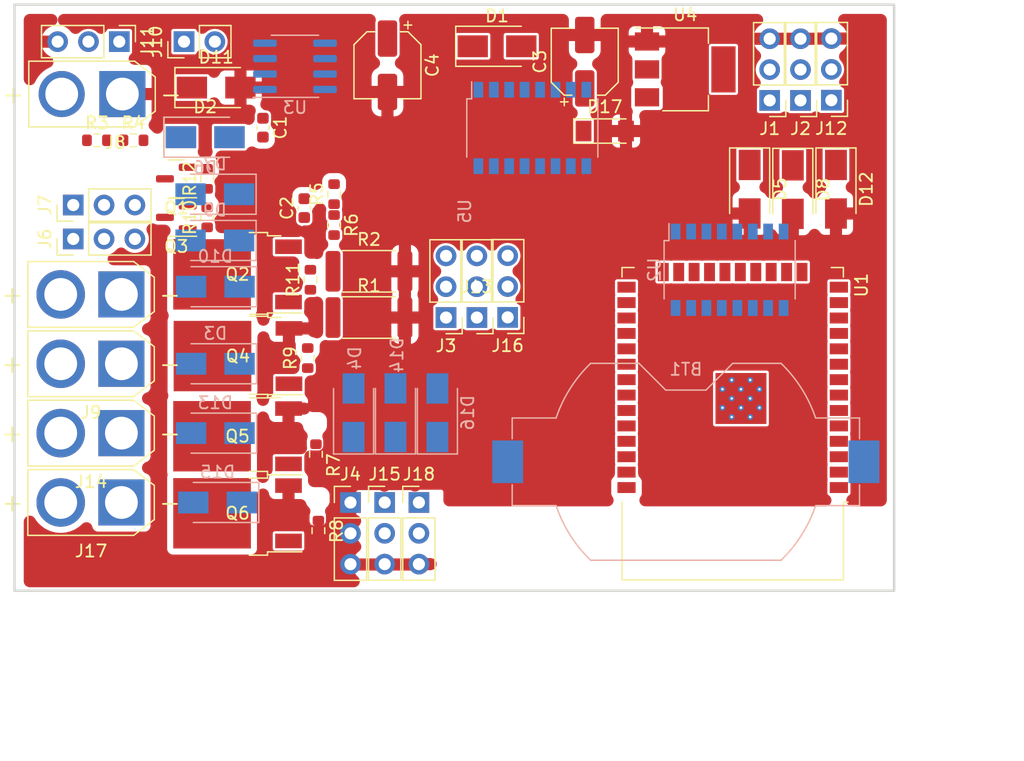
<source format=kicad_pcb>
(kicad_pcb (version 20211014) (generator pcbnew)
  (layers (0 "F.Cu" signal) (31 "B.Cu" signal) (34 "B.Paste" user) (35 "F.Paste" user) (36 "B.SilkS" user "B.Silkscreen") (37 "F.SilkS" user "F.Silkscreen") (38 "B.Mask" user) (39 "F.Mask" user) (44 "Edge.Cuts" user))
  (net 0 "")
  (net 2 "Net-(BT1-Pad1)")
  (net 4 "Net-(D3-Pad2)")
  (net 16 "Net-(D4-Pad1)")
  (net 19 "Net-(D7-Pad2)")
  (net 28 "+3.3V")
  (net 29 "GND")
  (net 31 "PPM_PWM_PUMP2_3.3")
  (net 32 "PPM_PWM_PUMP1_3.3")
  (net 33 "PWM_KERO_3.3")
  (net 34 "PWM_KEROSTART_3.3")
  (net 35 "PWM_GLOW_3.3")
  (net 36 "PPM_STARTER_3.3")
  (net 37 "PPM_GAZ_5V")
  (net 38 "AUX_5V")
  (net 39 "VDC")
  (net 40 "Net-(D9-Pad2)")
  (net 41 "PWM_GLOW")
  (net 42 "PWM_KEROSTART")
  (net 43 "PWM_KERO")
  (net 44 "PPM_PWM_PUMP1")
  (net 45 "PPM_PWM_PUMP2")
  (net 47 "Net-(D10-Pad2)")
  (net 49 "Net-(Q2-Pad3)")
  (net 50 "Net-(D13-Pad2)")
  (net 51 "+BATT")
  (net 52 "Net-(J10-Pad1)")
  (net 53 "Net-(J10-Pad2)")
  (net 56 "VBAT_ADC")
  (net 57 "GLOW_CURRENT")
  (net 58 "PPM_GAZ")
  (net 59 "AUX")
  (net 62 "CLK")
  (net 63 "MISO")
  (net 64 "CS")
  (net 65 "RPM")
  (net 66 "TX2")
  (net 69 "Net-(D14-Pad1)")
  (net 70 "Net-(D15-Pad2)")
  (net 71 "Net-(D16-Pad1)")
  (net 72 "Net-(J3-Pad1)")
  (net 73 "PPM_PWM_STARTER")
  (net 74 "Net-(J13-Pad1)")
  (net 76 "Net-(J16-Pad1)")
  (net 78 "V_CPU")
  (footprint "Package_TO_SOT_SMD:TO-252-2" (layer "F.Cu") (at 32.35 185.675 180)
    (fp_text reference "Q5" (at 0 0) (layer "F.SilkS"))
    (fp_text value "QM6006D")
    (pad "1" smd rect (at -4.2 -2.28 180) (size 2.2 1.2) (layers "F.Cu" "F.Paste" "F.Mask") (net 74 "Net-(J13-Pad1)"))
    (pad "2" smd rect (at 2.1 0 180) (size 6.4 5.8) (layers "F.Cu" "F.Mask") (net 50 "Net-(D13-Pad2)"))
    (pad "3" smd rect (at -4.2 2.28 180) (size 2.2 1.2) (layers "F.Cu" "F.Paste" "F.Mask") (net 29 "GND"))
  )
  (footprint "Package_TO_SOT_SMD:TO-252-2" (layer "F.Cu") (at 32.35 192.025 180)
    (fp_text reference "Q6" (at 0 0) (layer "F.SilkS"))
    (fp_text value "QM6006D")
    (pad "1" smd rect (at -4.2 -2.28 180) (size 2.2 1.2) (layers "F.Cu" "F.Paste" "F.Mask") (net 76 "Net-(J16-Pad1)"))
    (pad "2" smd rect (at 2.1 0 180) (size 6.4 5.8) (layers "F.Cu" "F.Mask") (net 70 "Net-(D15-Pad2)"))
    (pad "3" smd rect (at -4.2 2.28 180) (size 2.2 1.2) (layers "F.Cu" "F.Paste" "F.Mask") (net 29 "GND"))
  )
  (footprint "Resistor_SMD:R_0603_1608Metric" (layer "F.Cu") (at 23.775 161.29)
    (fp_text reference "R4" (at 0 -1.43) (layer "F.SilkS"))
    (fp_text value "R")
    (pad "1" smd roundrect (at -0.825 0) (size 0.8 0.95) (layers "F.Cu" "F.Paste" "F.Mask") (net 56 "VBAT_ADC"))
    (pad "2" smd roundrect (at 0.825 0) (size 0.8 0.95) (layers "F.Cu" "F.Paste" "F.Mask") (net 29 "GND"))
  )
  (footprint "Capacitor_SMD:C_0603_1608Metric" (layer "F.Cu") (at 37.846 166.878 90)
    (fp_text reference "C2" (at 0 -1.43 90) (layer "F.SilkS"))
    (fp_text value "C")
    (pad "1" smd roundrect (at -0.775 0 90) (size 0.9 0.95) (layers "F.Cu" "F.Paste" "F.Mask") (net 57 "GLOW_CURRENT"))
    (pad "2" smd roundrect (at 0.775 0 90) (size 0.9 0.95) (layers "F.Cu" "F.Paste" "F.Mask") (net 29 "GND"))
  )
  (footprint "Capacitor_SMD:CP_Elec_5x3" (layer "F.Cu") (at 44.704 155.108 -90)
    (fp_text reference "C4" (at 0 -3.7 90) (layer "F.SilkS"))
    (fp_text value "22µF")
    (pad "1" smd roundrect (at -2.2 0 270) (size 3 1.6) (layers "F.Cu" "F.Paste" "F.Mask") (roundrect_rratio 0.15625) (net 28 "+3.3V"))
    (pad "2" smd roundrect (at 2.2 0 270) (size 3 1.6) (layers "F.Cu" "F.Paste" "F.Mask") (roundrect_rratio 0.15625) (net 29 "GND"))
  )
  (footprint "Connector_PinHeader_2.54mm:PinHeader_1x03_P2.54mm_Vertical" (layer "F.Cu") (at 54.61 175.88 180)
    (fp_text reference "J16" (at 0 -2.33) (layer "F.SilkS"))
    (fp_text value "PPM/PWM")
    (pad "1" thru_hole rect (at 0 0 180) (size 1.7 1.7) (drill 1) (layers *.Cu *.Mask) (net 76 "Net-(J16-Pad1)"))
    (pad "2" thru_hole oval (at 0 2.54 180) (size 1.7 1.7) (drill 1) (layers *.Cu *.Mask) (net 45 "PPM_PWM_PUMP2"))
    (pad "3" thru_hole oval (at 0 5.08 180) (size 1.7 1.7) (drill 1) (layers *.Cu *.Mask) (net 71 "Net-(D16-Pad1)"))
  )
  (footprint "Diode_SMD:D_MiniMELF" (layer "F.Cu") (at 62.611 160.528)
    (fp_text reference "D17" (at 0 -2) (layer "F.SilkS"))
    (fp_text value "BZV55C3V3")
    (pad "1" smd rect (at -1.75 0) (size 1.3 1.7) (layers "F.Cu" "F.Paste" "F.Mask") (net 28 "+3.3V"))
    (pad "2" smd rect (at 1.75 0) (size 1.3 1.7) (layers "F.Cu" "F.Paste" "F.Mask") (net 29 "GND"))
  )
  (footprint "Resistor_SMD:R_0603_1608Metric" (layer "F.Cu") (at 20.765 161.29)
    (fp_text reference "R3" (at 0 -1.43) (layer "F.SilkS"))
    (fp_text value "R")
    (pad "1" smd roundrect (at -0.825 0) (size 0.8 0.95) (layers "F.Cu" "F.Paste" "F.Mask") (net 51 "+BATT"))
    (pad "2" smd roundrect (at 0.825 0) (size 0.8 0.95) (layers "F.Cu" "F.Paste" "F.Mask") (net 56 "VBAT_ADC"))
  )
  (footprint "Resistor_SMD:R_0603_1608Metric" (layer "F.Cu") (at 38.354 172.783 90)
    (fp_text reference "R11" (at 0 -1.43 90) (layer "F.SilkS"))
    (fp_text value "R")
    (pad "1" smd roundrect (at -0.825 0 90) (size 0.8 0.95) (layers "F.Cu" "F.Paste" "F.Mask") (net 41 "PWM_GLOW"))
    (pad "2" smd roundrect (at 0.825 0 90) (size 0.8 0.95) (layers "F.Cu" "F.Paste" "F.Mask") (net 29 "GND"))
  )
  (footprint "Connector_PinHeader_2.54mm:PinHeader_1x03_P2.54mm_Vertical" (layer "F.Cu") (at 47.2948 191.135)
    (fp_text reference "J18" (at 0 -2.33) (layer "F.SilkS"))
    (fp_text value "PUMP2")
    (pad "1" thru_hole rect (at 0 0) (size 1.7 1.7) (drill 1) (layers *.Cu *.Mask) (net 71 "Net-(D16-Pad1)"))
    (pad "2" thru_hole oval (at 0 2.54) (size 1.7 1.7) (drill 1) (layers *.Cu *.Mask))
    (pad "3" thru_hole oval (at 0 5.08) (size 1.7 1.7) (drill 1) (layers *.Cu *.Mask) (net 29 "GND"))
  )
  (footprint "Connector_PinHeader_2.54mm:PinHeader_1x03_P2.54mm_Vertical" (layer "F.Cu") (at 18.811 166.624 90)
    (fp_text reference "J7" (at 0 -2.33 90) (layer "F.SilkS"))
    (fp_text value "VANNE KERO")
    (pad "1" thru_hole rect (at 0 0 90) (size 1.7 1.7) (drill 1) (layers *.Cu *.Mask) (net 19 "Net-(D7-Pad2)"))
    (pad "2" thru_hole oval (at 0 2.54 90) (size 1.7 1.7) (drill 1) (layers *.Cu *.Mask) (net 51 "+BATT"))
    (pad "3" thru_hole oval (at 0 5.08 90) (size 1.7 1.7) (drill 1) (layers *.Cu *.Mask) (net 19 "Net-(D7-Pad2)"))
  )
  (footprint "Diode_SMD:D_SMA" (layer "F.Cu") (at 81.661 165.322 -90)
    (fp_text reference "D12" (at 0 -2.5 -90) (layer "F.SilkS"))
    (fp_text value "D_Schottky")
    (pad "1" smd rect (at -2 0 270) (size 2.5 1.8) (layers "F.Cu" "F.Paste" "F.Mask") (net 66 "TX2"))
    (pad "2" smd rect (at 2 0 270) (size 2.5 1.8) (layers "F.Cu" "F.Paste" "F.Mask") (net 29 "GND"))
  )
  (footprint "Connector_PinHeader_2.54mm:PinHeader_1x03_P2.54mm_Vertical" (layer "F.Cu") (at 41.656 191.1396)
    (fp_text reference "J4" (at 0 -2.33) (layer "F.SilkS"))
    (fp_text value "STARTER")
    (pad "1" thru_hole rect (at 0 0) (size 1.7 1.7) (drill 1) (layers *.Cu *.Mask) (net 16 "Net-(D4-Pad1)"))
    (pad "2" thru_hole oval (at 0 2.54) (size 1.7 1.7) (drill 1) (layers *.Cu *.Mask))
    (pad "3" thru_hole oval (at 0 5.08) (size 1.7 1.7) (drill 1) (layers *.Cu *.Mask) (net 29 "GND"))
  )
  (footprint "Connector_PinHeader_2.54mm:PinHeader_1x03_P2.54mm_Vertical" (layer "F.Cu") (at 44.4754 191.135)
    (fp_text reference "J15" (at 0 -2.33) (layer "F.SilkS"))
    (fp_text value "PUMP1")
    (pad "1" thru_hole rect (at 0 0) (size 1.7 1.7) (drill 1) (layers *.Cu *.Mask) (net 69 "Net-(D14-Pad1)"))
    (pad "2" thru_hole oval (at 0 2.54) (size 1.7 1.7) (drill 1) (layers *.Cu *.Mask))
    (pad "3" thru_hole oval (at 0 5.08) (size 1.7 1.7) (drill 1) (layers *.Cu *.Mask) (net 29 "GND"))
  )
  (footprint "Connector_PinHeader_2.54mm:PinHeader_1x02_P2.54mm_Vertical" (layer "F.Cu") (at 27.94 153.162 90)
    (fp_text reference "J10" (at 0 -2.33 90) (layer "F.SilkS"))
    (fp_text value "k")
    (pad "1" thru_hole rect (at 0 0 90) (size 1.7 1.7) (drill 1) (layers *.Cu *.Mask) (net 52 "Net-(J10-Pad1)"))
    (pad "2" thru_hole oval (at 0 2.54 90) (size 1.7 1.7) (drill 1) (layers *.Cu *.Mask) (net 53 "Net-(J10-Pad2)"))
  )
  (footprint "Resistor_SMD:R_0603_1608Metric" (layer "F.Cu") (at 38.8112 187.1594 90)
    (fp_text reference "R7" (at -0.9022 1.4478 90) (layer "F.SilkS"))
    (fp_text value "R")
    (pad "1" smd roundrect (at -0.825 0 90) (size 0.8 0.95) (layers "F.Cu" "F.Paste" "F.Mask") (net 74 "Net-(J13-Pad1)"))
    (pad "2" smd roundrect (at 0.825 0 90) (size 0.8 0.95) (layers "F.Cu" "F.Paste" "F.Mask") (net 29 "GND"))
  )
  (footprint "Resistor_SMD:R_0603_1608Metric" (layer "F.Cu") (at 29.845 164.465 90)
    (fp_text reference "R12" (at 0 -1.43 90) (layer "F.SilkS"))
    (fp_text value "R")
    (pad "1" smd roundrect (at -0.825 0 90) (size 0.8 0.95) (layers "F.Cu" "F.Paste" "F.Mask") (net 43 "PWM_KERO"))
    (pad "2" smd roundrect (at 0.825 0 90) (size 0.8 0.95) (layers "F.Cu" "F.Paste" "F.Mask") (net 29 "GND"))
  )
  (footprint "Connector_AMASS:AMASS_XT30U-F_1x02_P5.0mm_Vertical" (layer "F.Cu") (at 22.78 179.705 180)
    (fp_text reference "J9" (at 2.5 -4) (layer "F.SilkS"))
    (fp_text value "STARTER")
    (fp_text user "+" (at 9 0) (layer "F.SilkS") (effects (font (size 1.5 1.5))))
    (fp_text user "-" (at -4 0) (layer "F.SilkS") (effects (font (size 1.5 1.5))))
    (pad "1" thru_hole rect (at 0 0 180) (size 3.8 3.8) (drill 2.7) (layers *.Cu *.Mask) (net 4 "Net-(D3-Pad2)"))
    (pad "2" thru_hole circle (at 5 0 180) (size 4 4) (drill 2.7) (layers *.Cu *.Mask) (net 51 "+BATT"))
  )
  (footprint "Package_TO_SOT_SMD:TO-252-2" (layer "F.Cu") (at 32.385 179.07 180)
    (fp_text reference "Q4" (at 0 0) (layer "F.SilkS"))
    (fp_text value "QM6006D")
    (pad "1" smd rect (at -4.2 -2.28 180) (size 2.2 1.2) (layers "F.Cu" "F.Paste" "F.Mask") (net 72 "Net-(J3-Pad1)"))
    (pad "2" smd rect (at 2.1 0 180) (size 6.4 5.8) (layers "F.Cu" "F.Mask") (net 4 "Net-(D3-Pad2)"))
    (pad "3" smd rect (at -4.2 2.28 180) (size 2.2 1.2) (layers "F.Cu" "F.Paste" "F.Mask") (net 29 "GND"))
  )
  (footprint "Resistor_SMD:R_2512_6332Metric" (layer "F.Cu") (at 43.18 172.085)
    (fp_text reference "R2" (at 0 -2.62) (layer "F.SilkS"))
    (fp_text value "R020")
    (pad "1" smd roundrect (at -2.9625 0) (size 1.225 3.35) (layers "F.Cu" "F.Paste" "F.Mask") (roundrect_rratio 0.204082) (net 49 "Net-(Q2-Pad3)"))
    (pad "2" smd roundrect (at 2.9625 0) (size 1.225 3.35) (layers "F.Cu" "F.Paste" "F.Mask") (roundrect_rratio 0.204082) (net 29 "GND"))
  )
  (footprint "Diode_SMD:D_SMA" (layer "F.Cu") (at 30.5882 156.9466)
    (fp_text reference "D11" (at 0 -2.5) (layer "F.SilkS"))
    (fp_text value "D_Schottky")
    (pad "1" smd rect (at -2 0) (size 2.5 1.8) (layers "F.Cu" "F.Paste" "F.Mask") (net 65 "RPM"))
    (pad "2" smd rect (at 2 0) (size 2.5 1.8) (layers "F.Cu" "F.Paste" "F.Mask") (net 29 "GND"))
  )
  (footprint "Connector_PinHeader_2.54mm:PinHeader_1x03_P2.54mm_Vertical" (layer "F.Cu") (at 18.811 169.418 90)
    (fp_text reference "J6" (at 0 -2.33 90) (layer "F.SilkS"))
    (fp_text value "VANNE KEROSTART")
    (pad "1" thru_hole rect (at 0 0 90) (size 1.7 1.7) (drill 1) (layers *.Cu *.Mask) (net 40 "Net-(D9-Pad2)"))
    (pad "2" thru_hole oval (at 0 2.54 90) (size 1.7 1.7) (drill 1) (layers *.Cu *.Mask) (net 51 "+BATT"))
    (pad "3" thru_hole oval (at 0 5.08 90) (size 1.7 1.7) (drill 1) (layers *.Cu *.Mask) (net 40 "Net-(D9-Pad2)"))
  )
  (footprint "Connector_PinHeader_2.54mm:PinHeader_1x03_P2.54mm_Vertical" (layer "F.Cu") (at 49.53 175.895 180)
    (fp_text reference "J3" (at 0 -2.33) (layer "F.SilkS"))
    (fp_text value "PPM/PWM")
    (pad "1" thru_hole rect (at 0 0 180) (size 1.7 1.7) (drill 1) (layers *.Cu *.Mask) (net 72 "Net-(J3-Pad1)"))
    (pad "2" thru_hole oval (at 0 2.54 180) (size 1.7 1.7) (drill 1) (layers *.Cu *.Mask) (net 73 "PPM_PWM_STARTER"))
    (pad "3" thru_hole oval (at 0 5.08 180) (size 1.7 1.7) (drill 1) (layers *.Cu *.Mask) (net 16 "Net-(D4-Pad1)"))
  )
  (footprint "Package_TO_SOT_SMD:TO-252-2" (layer "F.Cu") (at 32.35 172.34 180)
    (fp_text reference "Q2" (at 0 0) (layer "F.SilkS"))
    (fp_text value "QM6006D")
    (pad "1" smd rect (at -4.2 -2.28 180) (size 2.2 1.2) (layers "F.Cu" "F.Paste" "F.Mask") (net 41 "PWM_GLOW"))
    (pad "2" smd rect (at 2.1 0 180) (size 6.4 5.8) (layers "F.Cu" "F.Mask") (net 47 "Net-(D10-Pad2)"))
    (pad "3" smd rect (at -4.2 2.28 180) (size 2.2 1.2) (layers "F.Cu" "F.Paste" "F.Mask") (net 49 "Net-(Q2-Pad3)"))
  )
  (footprint "Connector_AMASS:AMASS_XT30U-M_1x02_P5.0mm_Vertical" (layer "F.Cu") (at 22.86 157.48 180)
    (fp_text reference "J8" (at 0.59 -4) (layer "F.SilkS"))
    (fp_text value "BATTERY 2S/3S")
    (fp_text user "+" (at 9 0) (layer "F.SilkS") (effects (font (size 1.5 1.5))))
    (fp_text user "-" (at -4 0) (layer "F.SilkS") (effects (font (size 1.5 1.5))))
    (pad "1" thru_hole rect (at 0 0 180) (size 3.8 3.8) (drill 2.7) (layers *.Cu *.Mask) (net 29 "GND"))
    (pad "2" thru_hole circle (at 5 0 180) (size 3.8 3.8) (drill 2.7) (layers *.Cu *.Mask) (net 51 "+BATT"))
  )
  (footprint "Resistor_SMD:R_0603_1608Metric" (layer "F.Cu") (at 29.845 167.64 90)
    (fp_text reference "R10" (at 0 -1.43 90) (layer "F.SilkS"))
    (fp_text value "R")
    (pad "1" smd roundrect (at -0.825 0 90) (size 0.8 0.95) (layers "F.Cu" "F.Paste" "F.Mask") (net 42 "PWM_KEROSTART"))
    (pad "2" smd roundrect (at 0.825 0 90) (size 0.8 0.95) (layers "F.Cu" "F.Paste" "F.Mask") (net 29 "GND"))
  )
  (footprint "Resistor_SMD:R_2512_6332Metric" (layer "F.Cu") (at 43.18 175.895)
    (fp_text reference "R1" (at 0 -2.62) (layer "F.SilkS"))
    (fp_text value "R020")
    (pad "1" smd roundrect (at -2.9625 0) (size 1.225 3.35) (layers "F.Cu" "F.Paste" "F.Mask") (roundrect_rratio 0.204082) (net 49 "Net-(Q2-Pad3)"))
    (pad "2" smd roundrect (at 2.9625 0) (size 1.225 3.35) (layers "F.Cu" "F.Paste" "F.Mask") (roundrect_rratio 0.204082) (net 29 "GND"))
  )
  (footprint "Resistor_SMD:R_0603_1608Metric" (layer "F.Cu") (at 40.305 168.275 -90)
    (fp_text reference "R6" (at 0 -1.43 90) (layer "F.SilkS"))
    (fp_text value "R")
    (pad "1" smd roundrect (at -0.825 0 270) (size 0.8 0.95) (layers "F.Cu" "F.Paste" "F.Mask") (net 57 "GLOW_CURRENT"))
    (pad "2" smd roundrect (at 0.825 0 270) (size 0.8 0.95) (layers "F.Cu" "F.Paste" "F.Mask") (net 49 "Net-(Q2-Pad3)"))
  )
  (footprint "RF_Module:ESP32-WROOM-32" (layer "F.Cu") (at 73.152 181.655 180)
    (fp_text reference "U1" (at -10.61 8.43 90) (layer "F.SilkS"))
    (fp_text value "ESP32-DevKitC")
    (pad "1" smd rect (at -8.75 -8.25 180) (size 1.5 0.9) (layers "F.Cu" "F.Paste" "F.Mask") (net 78 "V_CPU"))
    (pad "2" smd rect (at -8.75 -6.98 180) (size 1.5 0.9) (layers "F.Cu" "F.Paste" "F.Mask"))
    (pad "3" smd rect (at -8.75 -5.71 180) (size 1.5 0.9) (layers "F.Cu" "F.Paste" "F.Mask") (net 56 "VBAT_ADC"))
    (pad "4" smd rect (at -8.75 -4.44 180) (size 1.5 0.9) (layers "F.Cu" "F.Paste" "F.Mask") (net 57 "GLOW_CURRENT"))
    (pad "5" smd rect (at -8.75 -3.17 180) (size 1.5 0.9) (layers "F.Cu" "F.Paste" "F.Mask") (net 32 "PPM_PWM_PUMP1_3.3"))
    (pad "6" smd rect (at -8.75 -1.9 180) (size 1.5 0.9) (layers "F.Cu" "F.Paste" "F.Mask") (net 31 "PPM_PWM_PUMP2_3.3"))
    (pad "7" smd rect (at -8.75 -0.63 180) (size 1.5 0.9) (layers "F.Cu" "F.Paste" "F.Mask") (net 35 "PWM_GLOW_3.3"))
    (pad "8" smd rect (at -8.75 0.64 180) (size 1.5 0.9) (layers "F.Cu" "F.Paste" "F.Mask") (net 36 "PPM_STARTER_3.3"))
    (pad "9" smd rect (at -8.75 1.91 180) (size 1.5 0.9) (layers "F.Cu" "F.Paste" "F.Mask"))
    (pad "10" smd rect (at -8.75 3.18 180) (size 1.5 0.9) (layers "F.Cu" "F.Paste" "F.Mask") (net 58 "PPM_GAZ"))
    (pad "11" smd rect (at -8.75 4.45 180) (size 1.5 0.9) (layers "F.Cu" "F.Paste" "F.Mask"))
    (pad "12" smd rect (at -8.75 5.72 180) (size 1.5 0.9) (layers "F.Cu" "F.Paste" "F.Mask"))
    (pad "13" smd rect (at -8.75 6.99 180) (size 1.5 0.9) (layers "F.Cu" "F.Paste" "F.Mask"))
    (pad "14" smd rect (at -8.75 8.26 180) (size 1.5 0.9) (layers "F.Cu" "F.Paste" "F.Mask"))
    (pad "15" smd rect (at -5.71 9.51 270) (size 1.5 0.9) (layers "F.Cu" "F.Paste" "F.Mask"))
    (pad "16" smd rect (at -4.44 9.51 270) (size 1.5 0.9) (layers "F.Cu" "F.Paste" "F.Mask"))
    (pad "17" smd rect (at -3.17 9.51 270) (size 1.5 0.9) (layers "F.Cu" "F.Paste" "F.Mask"))
    (pad "18" smd rect (at -1.9 9.51 270) (size 1.5 0.9) (layers "F.Cu" "F.Paste" "F.Mask"))
    (pad "19" smd rect (at -0.63 9.51 270) (size 1.5 0.9) (layers "F.Cu" "F.Paste" "F.Mask"))
    (pad "20" smd rect (at 0.64 9.51 270) (size 1.5 0.9) (layers "F.Cu" "F.Paste" "F.Mask"))
    (pad "21" smd rect (at 1.91 9.51 270) (size 1.5 0.9) (layers "F.Cu" "F.Paste" "F.Mask"))
    (pad "22" smd rect (at 3.18 9.51 270) (size 1.5 0.9) (layers "F.Cu" "F.Paste" "F.Mask"))
    (pad "23" smd rect (at 4.45 9.51 270) (size 1.5 0.9) (layers "F.Cu" "F.Paste" "F.Mask"))
    (pad "24" smd rect (at 5.72 9.51 270) (size 1.5 0.9) (layers "F.Cu" "F.Paste" "F.Mask"))
    (pad "25" smd rect (at 8.75 8.26 180) (size 1.5 0.9) (layers "F.Cu" "F.Paste" "F.Mask") (net 33 "PWM_KERO_3.3"))
    (pad "26" smd rect (at 8.75 6.99 180) (size 1.5 0.9) (layers "F.Cu" "F.Paste" "F.Mask"))
    (pad "27" smd rect (at 8.75 5.72 180) (size 1.5 0.9) (layers "F.Cu" "F.Paste" "F.Mask") (net 34 "PWM_KEROSTART_3.3"))
    (pad "28" smd rect (at 8.75 4.45 180) (size 1.5 0.9) (layers "F.Cu" "F.Paste" "F.Mask") (net 66 "TX2"))
    (pad "29" smd rect (at 8.75 3.18 180) (size 1.5 0.9) (layers "F.Cu" "F.Paste" "F.Mask") (net 62 "CLK"))
    (pad "30" smd rect (at 8.75 1.91 180) (size 1.5 0.9) (layers "F.Cu" "F.Paste" "F.Mask"))
    (pad "31" smd rect (at 8.75 0.64 180) (size 1.5 0.9) (layers "F.Cu" "F.Paste" "F.Mask") (net 63 "MISO"))
    (pad "32" smd rect (at 8.75 -0.63 180) (size 1.5 0.9) (layers "F.Cu" "F.Paste" "F.Mask"))
    (pad "33" smd rect (at 8.75 -1.9 180) (size 1.5 0.9) (layers "F.Cu" "F.Paste" "F.Mask") (net 65 "RPM"))
    (pad "34" smd rect (at 8.75 -3.17 180) (size 1.5 0.9) (layers "F.Cu" "F.Paste" "F.Mask"))
    (pad "35" smd rect (at 8.75 -4.44 180) (size 1.5 0.9) (layers "F.Cu" "F.Paste" "F.Mask"))
    (pad "36" smd rect (at 8.75 -5.71 180) (size 1.5 0.9) (layers "F.Cu" "F.Paste" "F.Mask") (net 59 "AUX"))
    (pad "37" smd rect (at 8.75 -6.98 180) (size 1.5 0.9) (layers "F.Cu" "F.Paste" "F.Mask") (net 64 "CS"))
    (pad "38" smd rect (at 8.75 -8.25 180) (size 1.5 0.9) (layers "F.Cu" "F.Paste" "F.Mask") (net 29 "GND"))
    (pad "39" smd rect (at -0.68 -0.91 180) (size 1.05 1.05) (layers "F.Cu" "F.Paste"))
    (pad "39" thru_hole circle (at 0.0825 -2.435 180) (size 0.475 0.475) (drill 0.2) (property pad_prop_heatsink) (layers *.Cu "F.Mask"))
    (pad "39" thru_hole circle (at 0.845 -0.1475 180) (size 0.475 0.475) (drill 0.2) (property pad_prop_heatsink) (layers *.Cu "F.Mask"))
    (pad "39" thru_hole circle (at -1.4425 -0.91 180) (size 0.475 0.475) (drill 0.2) (property pad_prop_heatsink) (layers *.Cu "F.Mask"))
    (pad "39" thru_hole circle (at 0.845 -1.6725 180) (size 0.475 0.475) (drill 0.2) (property pad_prop_heatsink) (layers *.Cu "F.Mask"))
    (pad "39" smd rect (at -2.205 0.615 180) (size 1.05 1.05) (layers "F.Cu" "F.Paste"))
    (pad "39" smd rect (at -2.205 -0.91 180) (size 1.05 1.05) (layers "F.Cu" "F.Paste"))
    (pad "39" smd rect (at -0.68 -0.91 180) (size 4.2 4.2) (layers "F.Cu" "F.Mask"))
    (pad "39" thru_hole circle (at 0.0825 -0.91 180) (size 0.475 0.475) (drill 0.2) (property pad_prop_heatsink) (layers *.Cu "F.Mask"))
    (pad "39" thru_hole circle (at -0.68 -1.6725 180) (size 0.475 0.475) (drill 0.2) (property pad_prop_heatsink) (layers *.Cu "F.Mask"))
    (pad "39" thru_hole circle (at 0.0825 0.615 180) (size 0.475 0.475) (drill 0.2) (property pad_prop_heatsink) (layers *.Cu "F.Mask"))
    (pad "39" smd rect (at -0.68 0.615 180) (size 1.05 1.05) (layers "F.Cu" "F.Paste"))
    (pad "39" thru_hole circle (at -1.4425 -2.435 180) (size 0.475 0.475) (drill 0.2) (property pad_prop_heatsink) (layers *.Cu "F.Mask"))
    (pad "39" smd rect (at 0.845 -2.435 180) (size 1.05 1.05) (layers "F.Cu" "F.Paste"))
    (pad "39" smd rect (at -0.68 -2.435 180) (size 1.05 1.05) (layers "F.Cu" "F.Paste"))
    (pad "39" thru_hole circle (at -2.205 -1.6725 180) (size 0.475 0.475) (drill 0.2) (property pad_prop_heatsink) (layers *.Cu "F.Mask"))
    (pad "39" thru_hole circle (at -0.68 -0.1475 180) (size 0.475 0.475) (drill 0.2) (property pad_prop_heatsink) (layers *.Cu "F.Mask"))
    (pad "39" thru_hole circle (at -2.205 -0.1475 180) (size 0.475 0.475) (drill 0.2) (property pad_prop_heatsink) (layers *.Cu "F.Mask"))
    (pad "39" smd rect (at -2.205 -2.435 180) (size 1.05 1.05) (layers "F.Cu" "F.Paste"))
    (pad "39" smd rect (at 0.845 -0.91 180) (size 1.05 1.05) (layers "F.Cu" "F.Paste"))
    (pad "39" smd rect (at 0.845 0.615 180) (size 1.05 1.05) (layers "F.Cu" "F.Paste"))
    (pad "39" thru_hole circle (at -1.4425 0.615 180) (size 0.475 0.475) (drill 0.2) (property pad_prop_heatsink) (layers *.Cu "F.Mask"))
    (zone (net 0) (net_name "") (layers "F.Cu" "In1.Cu" "B.Cu") (connect_pads (clearance 0)) (min_thickness 0.254)
      (keepout (tracks not_allowed) (vias not_allowed) (pads not_allowed) (copperpour not_allowed) (footprints not_allowed))
      (fill (thermal_gap 0.508) (thermal_bridge_width 0.508))
      (polygon (pts (xy 97.152 191.455) (xy 49.152 191.455) (xy 49.152 212.395) (xy 97.152 212.395)))
    )
  )
  (footprint "Package_TO_SOT_SMD:SOT-23" (layer "F.Cu") (at 27.305 164.465 180)
    (fp_text reference "Q1" (at 0 -2.4 180) (layer "F.SilkS"))
    (fp_text value "AO3400A")
    (pad "1" smd roundrect (at -0.9375 -0.95 180) (size 1.475 0.6) (layers "F.Cu" "F.Paste" "F.Mask") (net 43 "PWM_KERO"))
    (pad "2" smd roundrect (at -0.9375 0.95 180) (size 1.475 0.6) (layers "F.Cu" "F.Paste" "F.Mask") (net 29 "GND"))
    (pad "3" smd roundrect (at 0.9375 0 180) (size 1.475 0.6) (layers "F.Cu" "F.Paste" "F.Mask") (net 19 "Net-(D7-Pad2)"))
  )
  (footprint "Package_TO_SOT_SMD:SOT-223-3_TabPin2" (layer "F.Cu") (at 69.24 155.448)
    (fp_text reference "U4" (at 0 -4.5) (layer "F.SilkS"))
    (fp_text value "AMS1117-3.3")
    (pad "1" smd rect (at -3.15 -2.3) (size 2 1.5) (layers "F.Cu" "F.Paste" "F.Mask") (net 29 "GND"))
    (pad "2" smd rect (at 3.15 0) (size 2 3.8) (layers "F.Cu" "F.Paste" "F.Mask") (net 28 "+3.3V"))
    (pad "2" smd rect (at -3.15 0) (size 2 1.5) (layers "F.Cu" "F.Paste" "F.Mask") (net 28 "+3.3V"))
    (pad "3" smd rect (at -3.15 2.3) (size 2 1.5) (layers "F.Cu" "F.Paste" "F.Mask") (net 39 "VDC"))
  )
  (footprint "Connector_PinHeader_2.54mm:PinHeader_1x03_P2.54mm_Vertical" (layer "F.Cu") (at 76.2 158.003 180)
    (fp_text reference "J1" (at 0 -2.33) (layer "F.SilkS"))
    (fp_text value "GAZ")
    (pad "1" thru_hole rect (at 0 0 180) (size 1.7 1.7) (drill 1) (layers *.Cu *.Mask) (net 37 "PPM_GAZ_5V"))
    (pad "2" thru_hole oval (at 0 2.54 180) (size 1.7 1.7) (drill 1) (layers *.Cu *.Mask) (net 39 "VDC"))
    (pad "3" thru_hole oval (at 0 5.08 180) (size 1.7 1.7) (drill 1) (layers *.Cu *.Mask) (net 29 "GND"))
  )
  (footprint "Connector_AMASS:AMASS_XT30U-F_1x02_P5.0mm_Vertical" (layer "F.Cu") (at 22.78 191.135 180)
    (fp_text reference "J17" (at 2.5 -4) (layer "F.SilkS"))
    (fp_text value "PUMP2")
    (fp_text user "+" (at 9 0) (layer "F.SilkS") (effects (font (size 1.5 1.5))))
    (fp_text user "-" (at -4 0) (layer "F.SilkS") (effects (font (size 1.5 1.5))))
    (pad "1" thru_hole rect (at 0 0 180) (size 3.8 3.8) (drill 2.7) (layers *.Cu *.Mask) (net 70 "Net-(D15-Pad2)"))
    (pad "2" thru_hole circle (at 5 0 180) (size 4 4) (drill 2.7) (layers *.Cu *.Mask) (net 51 "+BATT"))
  )
  (footprint "Resistor_SMD:R_0603_1608Metric" (layer "F.Cu") (at 39.0144 193.4586 90)
    (fp_text reference "R8" (at -0.0386 1.4986 90) (layer "F.SilkS"))
    (fp_text value "R")
    (pad "1" smd roundrect (at -0.825 0 90) (size 0.8 0.95) (layers "F.Cu" "F.Paste" "F.Mask") (net 76 "Net-(J16-Pad1)"))
    (pad "2" smd roundrect (at 0.825 0 90) (size 0.8 0.95) (layers "F.Cu" "F.Paste" "F.Mask") (net 29 "GND"))
  )
  (footprint "Capacitor_SMD:C_0603_1608Metric" (layer "F.Cu") (at 34.4424 160.2486 -90)
    (fp_text reference "C1" (at 0 -1.43 90) (layer "F.SilkS"))
    (fp_text value "C")
    (pad "1" smd roundrect (at -0.775 0 270) (size 0.9 0.95) (layers "F.Cu" "F.Paste" "F.Mask") (net 56 "VBAT_ADC"))
    (pad "2" smd roundrect (at 0.775 0 270) (size 0.9 0.95) (layers "F.Cu" "F.Paste" "F.Mask") (net 29 "GND"))
  )
  (footprint "Connector_AMASS:AMASS_XT30U-F_1x02_P5.0mm_Vertical" (layer "F.Cu") (at 22.78 173.99 180)
    (fp_text reference "J5" (at 0 0) (layer "F.SilkS"))
    (fp_text value "GLOW")
    (fp_text user "-" (at -4 0) (layer "F.SilkS") (effects (font (size 1.5 1.5))))
    (fp_text user "+" (at 9 0) (layer "F.SilkS") (effects (font (size 1.5 1.5))))
    (pad "1" thru_hole rect (at 0 0 180) (size 3.8 3.8) (drill 2.7) (layers *.Cu *.Mask) (net 47 "Net-(D10-Pad2)"))
    (pad "2" thru_hole circle (at 5 0 180) (size 4 4) (drill 2.7) (layers *.Cu *.Mask) (net 51 "+BATT"))
  )
  (footprint "Connector_PinHeader_2.54mm:PinHeader_1x03_P2.54mm_Vertical" (layer "F.Cu") (at 81.28 157.988 180)
    (fp_text reference "J12" (at 0 -2.33) (layer "F.SilkS"))
    (fp_text value "S.PORT")
    (pad "1" thru_hole rect (at 0 0 180) (size 1.7 1.7) (drill 1) (layers *.Cu *.Mask) (net 66 "TX2"))
    (pad "2" thru_hole oval (at 0 2.54 180) (size 1.7 1.7) (drill 1) (layers *.Cu *.Mask))
    (pad "3" thru_hole oval (at 0 5.08 180) (size 1.7 1.7) (drill 1) (layers *.Cu *.Mask) (net 29 "GND"))
  )
  (footprint "Connector_PinHeader_2.54mm:PinHeader_1x03_P2.54mm_Vertical" (layer "F.Cu") (at 52.07 175.895 180)
    (fp_text reference "J13" (at 0 2.525) (layer "F.SilkS"))
    (fp_text value "PPM/PWM")
    (pad "1" thru_hole rect (at 0 0 180) (size 1.7 1.7) (drill 1) (layers *.Cu *.Mask) (net 74 "Net-(J13-Pad1)"))
    (pad "2" thru_hole oval (at 0 2.54 180) (size 1.7 1.7) (drill 1) (layers *.Cu *.Mask) (net 44 "PPM_PWM_PUMP1"))
    (pad "3" thru_hole oval (at 0 5.08 180) (size 1.7 1.7) (drill 1) (layers *.Cu *.Mask) (net 69 "Net-(D14-Pad1)"))
  )
  (footprint "Diode_SMD:D_SMA" (layer "F.Cu") (at 29.686 161.036)
    (fp_text reference "D2" (at 0 -2.5) (layer "F.SilkS"))
    (fp_text value "D_Schottky")
    (pad "1" smd rect (at -2 0) (size 2.5 1.8) (layers "F.Cu" "F.Paste" "F.Mask") (net 78 "V_CPU"))
    (pad "2" smd rect (at 2 0) (size 2.5 1.8) (layers "F.Cu" "F.Paste" "F.Mask") (net 2 "Net-(BT1-Pad1)"))
  )
  (footprint "Resistor_SMD:R_0603_1608Metric" (layer "F.Cu") (at 38.1325 179.235 90)
    (fp_text reference "R9" (at 0 -1.43 90) (layer "F.SilkS"))
    (fp_text value "R")
    (pad "1" smd roundrect (at -0.825 0 90) (size 0.8 0.95) (layers "F.Cu" "F.Paste" "F.Mask") (net 72 "Net-(J3-Pad1)"))
    (pad "2" smd roundrect (at 0.825 0 90) (size 0.8 0.95) (layers "F.Cu" "F.Paste" "F.Mask") (net 29 "GND"))
  )
  (footprint "Resistor_SMD:R_0603_1608Metric" (layer "F.Cu") (at 40.305 165.7277 90)
    (fp_text reference "R5" (at 0 -1.43 90) (layer "F.SilkS"))
    (fp_text value "R")
    (pad "1" smd roundrect (at -0.825 0 90) (size 0.8 0.95) (layers "F.Cu" "F.Paste" "F.Mask") (net 57 "GLOW_CURRENT"))
    (pad "2" smd roundrect (at 0.825 0 90) (size 0.8 0.95) (layers "F.Cu" "F.Paste" "F.Mask") (net 29 "GND"))
  )
  (footprint "Connector_PinHeader_2.54mm:PinHeader_1x03_P2.54mm_Vertical" (layer "F.Cu") (at 78.74 158.003 180)
    (fp_text reference "J2" (at 0 -2.33) (layer "F.SilkS"))
    (fp_text value "AUX")
    (pad "1" thru_hole rect (at 0 0 180) (size 1.7 1.7) (drill 1) (layers *.Cu *.Mask) (net 38 "AUX_5V"))
    (pad "2" thru_hole oval (at 0 2.54 180) (size 1.7 1.7) (drill 1) (layers *.Cu *.Mask))
    (pad "3" thru_hole oval (at 0 5.08 180) (size 1.7 1.7) (drill 1) (layers *.Cu *.Mask) (net 29 "GND"))
  )
  (footprint "Connector_PinHeader_2.54mm:PinHeader_1x03_P2.54mm_Vertical" (layer "F.Cu") (at 22.606 153.162 -90)
    (fp_text reference "J11" (at 0 -2.33 90) (layer "F.SilkS"))
    (fp_text value "RPM")
    (pad "1" thru_hole rect (at 0 0 270) (size 1.7 1.7) (drill 1) (layers *.Cu *.Mask) (net 65 "RPM"))
    (pad "2" thru_hole oval (at 0 2.54 270) (size 1.7 1.7) (drill 1) (layers *.Cu *.Mask) (net 28 "+3.3V"))
    (pad "3" thru_hole oval (at 0 5.08 270) (size 1.7 1.7) (drill 1) (layers *.Cu *.Mask) (net 29 "GND"))
  )
  (footprint "Diode_SMD:D_SMA" (layer "F.Cu") (at 74.549 165.322 -90)
    (fp_text reference "D5" (at 0 -2.5 -90) (layer "F.SilkS"))
    (fp_text value "D_Schottky")
    (pad "1" smd rect (at -2 0 270) (size 2.5 1.8) (layers "F.Cu" "F.Paste" "F.Mask") (net 37 "PPM_GAZ_5V"))
    (pad "2" smd rect (at 2 0 270) (size 2.5 1.8) (layers "F.Cu" "F.Paste" "F.Mask") (net 29 "GND"))
  )
  (footprint "Capacitor_SMD:CP_Elec_5x3" (layer "F.Cu") (at 60.96 154.813 90)
    (fp_text reference "C3" (at 0 -3.7 90) (layer "F.SilkS"))
    (fp_text value "0.1µF")
    (pad "1" smd roundrect (at -2.2 0 90) (size 3 1.6) (layers "F.Cu" "F.Paste" "F.Mask") (roundrect_rratio 0.15625) (net 28 "+3.3V"))
    (pad "2" smd roundrect (at 2.2 0 90) (size 3 1.6) (layers "F.Cu" "F.Paste" "F.Mask") (roundrect_rratio 0.15625) (net 29 "GND"))
  )
  (footprint "Package_TO_SOT_SMD:SOT-23" (layer "F.Cu") (at 27.305 167.64 180)
    (fp_text reference "Q3" (at 0 -2.4 180) (layer "F.SilkS"))
    (fp_text value "AO3400A")
    (pad "1" smd roundrect (at -0.9375 -0.95 180) (size 1.475 0.6) (layers "F.Cu" "F.Paste" "F.Mask") (net 42 "PWM_KEROSTART"))
    (pad "2" smd roundrect (at -0.9375 0.95 180) (size 1.475 0.6) (layers "F.Cu" "F.Paste" "F.Mask") (net 29 "GND"))
    (pad "3" smd roundrect (at 0.9375 0 180) (size 1.475 0.6) (layers "F.Cu" "F.Paste" "F.Mask") (net 40 "Net-(D9-Pad2)"))
  )
  (footprint "Connector_AMASS:AMASS_XT30U-F_1x02_P5.0mm_Vertical" (layer "F.Cu") (at 22.78 185.42 180)
    (fp_text reference "J14" (at 2.5 -4) (layer "F.SilkS"))
    (fp_text value "PUMP1")
    (fp_text user "-" (at -4 0) (layer "F.SilkS") (effects (font (size 1.5 1.5))))
    (fp_text user "+" (at 9 0) (layer "F.SilkS") (effects (font (size 1.5 1.5))))
    (pad "1" thru_hole rect (at 0 0 180) (size 3.8 3.8) (drill 2.7) (layers *.Cu *.Mask) (net 50 "Net-(D13-Pad2)"))
    (pad "2" thru_hole circle (at 5 0 180) (size 4 4) (drill 2.7) (layers *.Cu *.Mask) (net 51 "+BATT"))
  )
  (footprint "Diode_SMD:D_SMA" (layer "F.Cu") (at 53.73 153.543)
    (fp_text reference "D1" (at 0 -2.5) (layer "F.SilkS"))
    (fp_text value "D_Schottky")
    (pad "1" smd rect (at -2 0) (size 2.5 1.8) (layers "F.Cu" "F.Paste" "F.Mask") (net 78 "V_CPU"))
    (pad "2" smd rect (at 2 0) (size 2.5 1.8) (layers "F.Cu" "F.Paste" "F.Mask") (net 28 "+3.3V"))
  )
  (footprint "Diode_SMD:D_SMA" (layer "F.Cu") (at 78.105 165.354 -90)
    (fp_text reference "D8" (at 0 -2.5 -90) (layer "F.SilkS"))
    (fp_text value "D_Schottky")
    (pad "1" smd rect (at -2 0 270) (size 2.5 1.8) (layers "F.Cu" "F.Paste" "F.Mask") (net 38 "AUX_5V"))
    (pad "2" smd rect (at 2 0 270) (size 2.5 1.8) (layers "F.Cu" "F.Paste" "F.Mask") (net 29 "GND"))
  )
  (footprint "Diode_SMD:D_SMA" (layer "B.Cu") (at 45.3644 183.737 90)
    (fp_text reference "D14" (at 4.7432 0.127 270) (layer "B.SilkS") (effects (justify mirror)))
    (fp_text value "D_Schottky")
    (pad "1" smd rect (at -2 0 90) (size 2.5 1.8) (layers "B.Cu" "B.Paste" "B.Mask") (net 69 "Net-(D14-Pad1)"))
    (pad "2" smd rect (at 2 0 90) (size 2.5 1.8) (layers "B.Cu" "B.Paste" "B.Mask") (net 29 "GND"))
  )
  (footprint "Diode_SMD:D_SMA" (layer "B.Cu") (at 30.48 169.545 180)
    (fp_text reference "D9" (at 0 2.5) (layer "B.SilkS") (effects (justify mirror)))
    (fp_text value "D_Schottky")
    (pad "1" smd rect (at -2 0 180) (size 2.5 1.8) (layers "B.Cu" "B.Paste" "B.Mask") (net 51 "+BATT"))
    (pad "2" smd rect (at 2 0 180) (size 2.5 1.8) (layers "B.Cu" "B.Paste" "B.Mask") (net 40 "Net-(D9-Pad2)"))
  )
  (footprint "Diode_SMD:D_SMA" (layer "B.Cu") (at 48.8188 183.74 90)
    (fp_text reference "D16" (at 0 2.5 270) (layer "B.SilkS") (effects (justify mirror)))
    (fp_text value "D_Schottky")
    (pad "1" smd rect (at -2 0 90) (size 2.5 1.8) (layers "B.Cu" "B.Paste" "B.Mask") (net 71 "Net-(D16-Pad1)"))
    (pad "2" smd rect (at 2 0 90) (size 2.5 1.8) (layers "B.Cu" "B.Paste" "B.Mask") (net 29 "GND"))
  )
  (footprint "Package_SO:SOIC-8_3.9x4.9mm_P1.27mm" (layer "B.Cu") (at 37.084 155.194)
    (fp_text reference "U3" (at 0 3.4) (layer "B.SilkS") (effects (justify mirror)))
    (fp_text value "MAX31855KASA")
    (pad "1" smd roundrect (at -2.475 1.905) (size 1.95 0.6) (layers "B.Cu" "B.Paste" "B.Mask") (net 29 "GND"))
    (pad "2" smd roundrect (at -2.475 0.635) (size 1.95 0.6) (layers "B.Cu" "B.Paste" "B.Mask") (net 52 "Net-(J10-Pad1)"))
    (pad "3" smd roundrect (at -2.475 -0.635) (size 1.95 0.6) (layers "B.Cu" "B.Paste" "B.Mask") (net 53 "Net-(J10-Pad2)"))
    (pad "4" smd roundrect (at -2.475 -1.905) (size 1.95 0.6) (layers "B.Cu" "B.Paste" "B.Mask") (net 28 "+3.3V"))
    (pad "5" smd roundrect (at 2.475 -1.905) (size 1.95 0.6) (layers "B.Cu" "B.Paste" "B.Mask") (net 62 "CLK"))
    (pad "6" smd roundrect (at 2.475 -0.635) (size 1.95 0.6) (layers "B.Cu" "B.Paste" "B.Mask") (net 64 "CS"))
    (pad "7" smd roundrect (at 2.475 0.635) (size 1.95 0.6) (layers "B.Cu" "B.Paste" "B.Mask") (net 63 "MISO"))
    (pad "8" smd roundrect (at 2.475 1.905) (size 1.95 0.6) (layers "B.Cu" "B.Paste" "B.Mask"))
  )
  (footprint "Diode_SMD:D_SMA" (layer "B.Cu") (at 30.52 173.355 180)
    (fp_text reference "D10" (at 0 2.5) (layer "B.SilkS") (effects (justify mirror)))
    (fp_text value "D_Schottky")
    (pad "1" smd rect (at -2 0 180) (size 2.5 1.8) (layers "B.Cu" "B.Paste" "B.Mask") (net 51 "+BATT"))
    (pad "2" smd rect (at 2 0 180) (size 2.5 1.8) (layers "B.Cu" "B.Paste" "B.Mask") (net 47 "Net-(D10-Pad2)"))
  )
  (footprint "Battery:BatteryHolder_Keystone_1058_1x2032" (layer "B.Cu") (at 69.2912 187.7822)
    (fp_text reference "BT1" (at 0 -7.62) (layer "B.SilkS") (effects (justify mirror)))
    (fp_text value "Battery_Cell")
    (pad "1" smd rect (at -14.68 0) (size 2.54 3.51) (layers "B.Cu" "B.Paste" "B.Mask") (net 2 "Net-(BT1-Pad1)"))
    (pad "2" smd rect (at 14.68 0) (size 2.54 3.51) (layers "B.Cu" "B.Paste" "B.Mask") (net 29 "GND"))
  )
  (footprint "Diode_SMD:D_SMA" (layer "B.Cu") (at 29.686 161.036)
    (fp_text reference "D6" (at 0 2.5) (layer "B.SilkS") (effects (justify mirror)))
    (fp_text value "D_Schottky")
    (pad "1" smd rect (at -2 0) (size 2.5 1.8) (layers "B.Cu" "B.Paste" "B.Mask") (net 51 "+BATT"))
    (pad "2" smd rect (at 2 0) (size 2.5 1.8) (layers "B.Cu" "B.Paste" "B.Mask") (net 29 "GND"))
  )
  (footprint "Diode_SMD:D_SMA" (layer "B.Cu") (at 30.705 191.135 180)
    (fp_text reference "D15" (at 0 2.5) (layer "B.SilkS") (effects (justify mirror)))
    (fp_text value "D_Schottky")
    (pad "1" smd rect (at -2 0 180) (size 2.5 1.8) (layers "B.Cu" "B.Paste" "B.Mask") (net 51 "+BATT"))
    (pad "2" smd rect (at 2 0 180) (size 2.5 1.8) (layers "B.Cu" "B.Paste" "B.Mask") (net 70 "Net-(D15-Pad2)"))
  )
  (footprint "Diode_SMD:D_SMA" (layer "B.Cu") (at 30.52 185.42 180)
    (fp_text reference "D13" (at 0 2.5) (layer "B.SilkS") (effects (justify mirror)))
    (fp_text value "D_Schottky")
    (pad "1" smd rect (at -2 0 180) (size 2.5 1.8) (layers "B.Cu" "B.Paste" "B.Mask") (net 51 "+BATT"))
    (pad "2" smd rect (at 2 0 180) (size 2.5 1.8) (layers "B.Cu" "B.Paste" "B.Mask") (net 50 "Net-(D13-Pad2)"))
  )
  (footprint "Package_SO:SOP-16_4.4x10.4mm_P1.27mm" (layer "B.Cu") (at 72.898 171.958 -90)
    (fp_text reference "U2" (at 0 6.2 90) (layer "B.SilkS") (effects (justify mirror)))
    (fp_text value "4050")
    (pad "1" smd rect (at -3.15 4.45 270) (size 1.3 0.8) (layers "B.Cu" "B.Paste" "B.Mask") (net 28 "+3.3V"))
    (pad "2" smd rect (at -3.15 3.17 270) (size 1.3 0.8) (layers "B.Cu" "B.Paste" "B.Mask") (net 58 "PPM_GAZ"))
    (pad "3" smd rect (at -3.15 1.91 270) (size 1.3 0.8) (layers "B.Cu" "B.Paste" "B.Mask") (net 37 "PPM_GAZ_5V"))
    (pad "4" smd rect (at -3.15 0.64 270) (size 1.3 0.8) (layers "B.Cu" "B.Paste" "B.Mask") (net 59 "AUX"))
    (pad "5" smd rect (at -3.15 -0.64 270) (size 1.3 0.8) (layers "B.Cu" "B.Paste" "B.Mask") (net 38 "AUX_5V"))
    (pad "6" smd rect (at -3.15 -1.91 270) (size 1.3 0.8) (layers "B.Cu" "B.Paste" "B.Mask"))
    (pad "7" smd rect (at -3.15 -3.17 270) (size 1.3 0.8) (layers "B.Cu" "B.Paste" "B.Mask"))
    (pad "8" smd rect (at -3.15 -4.45 270) (size 1.3 0.8) (layers "B.Cu" "B.Paste" "B.Mask") (net 29 "GND"))
    (pad "9" smd rect (at 3.15 -4.45 270) (size 1.3 0.8) (layers "B.Cu" "B.Paste" "B.Mask"))
    (pad "10" smd rect (at 3.15 -3.17 270) (size 1.3 0.8) (layers "B.Cu" "B.Paste" "B.Mask"))
    (pad "11" smd rect (at 3.15 -1.91 270) (size 1.3 0.8) (layers "B.Cu" "B.Paste" "B.Mask"))
    (pad "12" smd rect (at 3.15 -0.64 270) (size 1.3 0.8) (layers "B.Cu" "B.Paste" "B.Mask"))
    (pad "13" smd rect (at 3.15 0.64 270) (size 1.3 0.8) (layers "B.Cu" "B.Paste" "B.Mask"))
    (pad "14" smd rect (at 3.15 1.91 270) (size 1.3 0.8) (layers "B.Cu" "B.Paste" "B.Mask"))
    (pad "15" smd rect (at 3.15 3.17 270) (size 1.3 0.8) (layers "B.Cu" "B.Paste" "B.Mask"))
    (pad "16" smd rect (at 3.15 4.45 270) (size 1.3 0.8) (layers "B.Cu" "B.Paste" "B.Mask"))
  )
  (footprint "Diode_SMD:D_SMA" (layer "B.Cu") (at 30.48 165.735 180)
    (fp_text reference "D7" (at 0 2.5) (layer "B.SilkS") (effects (justify mirror)))
    (fp_text value "D_Schottky")
    (pad "1" smd rect (at -2 0 180) (size 2.5 1.8) (layers "B.Cu" "B.Paste" "B.Mask") (net 51 "+BATT"))
    (pad "2" smd rect (at 2 0 180) (size 2.5 1.8) (layers "B.Cu" "B.Paste" "B.Mask") (net 19 "Net-(D7-Pad2)"))
  )
  (footprint "Package_SO:SOP-16_4.4x10.4mm_P1.27mm" (layer "B.Cu") (at 56.642 160.274 -90)
    (fp_text reference "U5" (at 6.858 5.565 90) (layer "B.SilkS") (effects (justify mirror)))
    (fp_text value "4050")
    (pad "1" smd rect (at -3.15 4.45 270) (size 1.3 0.8) (layers "B.Cu" "B.Paste" "B.Mask") (net 28 "+3.3V"))
    (pad "2" smd rect (at -3.15 3.17 270) (size 1.3 0.8) (layers "B.Cu" "B.Paste" "B.Mask") (net 43 "PWM_KERO"))
    (pad "3" smd rect (at -3.15 1.91 270) (size 1.3 0.8) (layers "B.Cu" "B.Paste" "B.Mask") (net 33 "PWM_KERO_3.3"))
    (pad "4" smd rect (at -3.15 0.64 270) (size 1.3 0.8) (layers "B.Cu" "B.Paste" "B.Mask") (net 41 "PWM_GLOW"))
    (pad "5" smd rect (at -3.15 -0.64 270) (size 1.3 0.8) (layers "B.Cu" "B.Paste" "B.Mask") (net 35 "PWM_GLOW_3.3"))
    (pad "6" smd rect (at -3.15 -1.91 270) (size 1.3 0.8) (layers "B.Cu" "B.Paste" "B.Mask") (net 42 "PWM_KEROSTART"))
    (pad "7" smd rect (at -3.15 -3.17 270) (size 1.3 0.8) (layers "B.Cu" "B.Paste" "B.Mask") (net 34 "PWM_KEROSTART_3.3"))
    (pad "8" smd rect (at -3.15 -4.45 270) (size 1.3 0.8) (layers "B.Cu" "B.Paste" "B.Mask") (net 29 "GND"))
    (pad "9" smd rect (at 3.15 -4.45 270) (size 1.3 0.8) (layers "B.Cu" "B.Paste" "B.Mask") (net 31 "PPM_PWM_PUMP2_3.3"))
    (pad "10" smd rect (at 3.15 -3.17 270) (size 1.3 0.8) (layers "B.Cu" "B.Paste" "B.Mask") (net 45 "PPM_PWM_PUMP2"))
    (pad "11" smd rect (at 3.15 -1.91 270) (size 1.3 0.8) (layers "B.Cu" "B.Paste" "B.Mask") (net 32 "PPM_PWM_PUMP1_3.3"))
    (pad "12" smd rect (at 3.15 -0.64 270) (size 1.3 0.8) (layers "B.Cu" "B.Paste" "B.Mask") (net 44 "PPM_PWM_PUMP1"))
    (pad "13" smd rect (at 3.15 0.64 270) (size 1.3 0.8) (layers "B.Cu" "B.Paste" "B.Mask"))
    (pad "14" smd rect (at 3.15 1.91 270) (size 1.3 0.8) (layers "B.Cu" "B.Paste" "B.Mask") (net 36 "PPM_STARTER_3.3"))
    (pad "15" smd rect (at 3.15 3.17 270) (size 1.3 0.8) (layers "B.Cu" "B.Paste" "B.Mask") (net 73 "PPM_PWM_STARTER"))
    (pad "16" smd rect (at 3.15 4.45 270) (size 1.3 0.8) (layers "B.Cu" "B.Paste" "B.Mask"))
  )
  (footprint "Diode_SMD:D_SMA" (layer "B.Cu") (at 41.91 183.74 90)
    (fp_text reference "D4" (at 4.4922 0.1016 270) (layer "B.SilkS") (effects (justify mirror)))
    (fp_text value "D_Schottky")
    (pad "1" smd rect (at -2 0 90) (size 2.5 1.8) (layers "B.Cu" "B.Paste" "B.Mask") (net 16 "Net-(D4-Pad1)"))
    (pad "2" smd rect (at 2 0 90) (size 2.5 1.8) (layers "B.Cu" "B.Paste" "B.Mask") (net 29 "GND"))
  )
  (footprint "Diode_SMD:D_SMA" (layer "B.Cu") (at 30.52 179.705 180)
    (fp_text reference "D3" (at 0 2.5) (layer "B.SilkS") (effects (justify mirror)))
    (fp_text value "D_Schottky")
    (pad "1" smd rect (at -2 0 180) (size 2.5 1.8) (layers "B.Cu" "B.Paste" "B.Mask") (net 51 "+BATT"))
    (pad "2" smd rect (at 2 0 180) (size 2.5 1.8) (layers "B.Cu" "B.Paste" "B.Mask") (net 4 "Net-(D3-Pad2)"))
  )
  (gr_rect (start 13.97 150.114) (end 86.452 198.407) (layer "Edge.Cuts") (width 0.2) (fill none))
  (zone (net 29) (net_name "GND") (layer "F.Cu") (name "GND") (connect_pads (clearance 0.2)) (min_thickness 1) (fill yes (thermal_gap 0.508) (thermal_bridge_width 1))
    (polygon (pts (xy 85.852 198.12) (xy 14.732 198.12) (xy 14.732 150.876) (xy 85.852 150.876)))
  )
)
</source>
